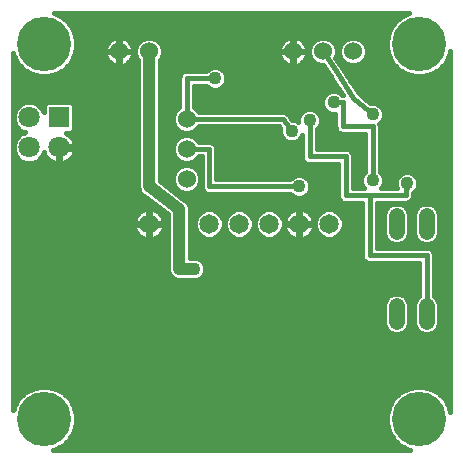
<source format=gbl>
G75*
G70*
%OFA0B0*%
%FSLAX24Y24*%
%IPPOS*%
%LPD*%
%AMOC8*
5,1,8,0,0,1.08239X$1,22.5*
%
%ADD10C,0.0520*%
%ADD11C,0.0600*%
%ADD12C,0.0650*%
%ADD13R,0.0709X0.0709*%
%ADD14C,0.0709*%
%ADD15C,0.0160*%
%ADD16C,0.0436*%
%ADD17C,0.0400*%
%ADD18C,0.1810*%
D10*
X013181Y004591D02*
X013181Y005111D01*
X014181Y005111D02*
X014181Y004591D01*
X014181Y007591D02*
X014181Y008111D01*
X013181Y008111D02*
X013181Y007591D01*
D11*
X011731Y013601D03*
X010731Y013601D03*
X009731Y013601D03*
X006181Y011351D03*
X006181Y010351D03*
X006181Y009351D03*
X004931Y013601D03*
X003931Y013601D03*
D12*
X004931Y007851D03*
X006931Y007851D03*
X007931Y007851D03*
X008931Y007851D03*
X009931Y007851D03*
X010931Y007851D03*
D13*
X001931Y011401D03*
D14*
X000931Y011401D03*
X000931Y010401D03*
X001931Y010401D03*
D15*
X001970Y010406D02*
X004571Y010406D01*
X004571Y010248D02*
X002443Y010248D01*
X002453Y010276D02*
X002427Y010196D01*
X002388Y010121D01*
X002339Y010053D01*
X002279Y009993D01*
X002211Y009944D01*
X002136Y009906D01*
X002057Y009880D01*
X001973Y009866D01*
X001970Y009866D01*
X001970Y010362D01*
X001893Y010362D01*
X001893Y009866D01*
X001889Y009866D01*
X001806Y009880D01*
X001726Y009906D01*
X001651Y009944D01*
X001583Y009993D01*
X001524Y010053D01*
X001474Y010121D01*
X001436Y010196D01*
X001422Y010241D01*
X001367Y010109D01*
X001223Y009965D01*
X001034Y009886D01*
X000829Y009886D01*
X000640Y009965D01*
X000495Y010109D01*
X000417Y010298D01*
X000417Y010503D01*
X000495Y010692D01*
X000640Y010837D01*
X000795Y010901D01*
X000640Y010965D01*
X000495Y011109D01*
X000417Y011298D01*
X000417Y011503D01*
X000495Y011692D01*
X000640Y011837D01*
X000829Y011915D01*
X001034Y011915D01*
X001223Y011837D01*
X001367Y011692D01*
X001417Y011572D01*
X001417Y011821D01*
X001511Y011915D01*
X002352Y011915D01*
X002446Y011821D01*
X002446Y010980D01*
X002352Y010886D01*
X002155Y010886D01*
X002211Y010858D01*
X002279Y010808D01*
X002339Y010749D01*
X002388Y010681D01*
X002427Y010606D01*
X002453Y010526D01*
X002466Y010443D01*
X002466Y010439D01*
X001970Y010439D01*
X001970Y010363D01*
X002466Y010363D01*
X002466Y010359D01*
X002453Y010276D01*
X002365Y010089D02*
X004571Y010089D01*
X004571Y009930D02*
X002185Y009930D01*
X001970Y009930D02*
X001893Y009930D01*
X001893Y010089D02*
X001970Y010089D01*
X001970Y010248D02*
X001893Y010248D01*
X001677Y009930D02*
X001140Y009930D01*
X001347Y010089D02*
X001497Y010089D01*
X000723Y009930D02*
X000411Y009930D01*
X000411Y009772D02*
X004571Y009772D01*
X004571Y009613D02*
X000411Y009613D01*
X000411Y009455D02*
X004571Y009455D01*
X004571Y009296D02*
X000411Y009296D01*
X000411Y009138D02*
X004569Y009138D01*
X004571Y009146D02*
X004565Y009121D01*
X004571Y009075D01*
X004571Y009029D01*
X004581Y009005D01*
X004585Y008979D01*
X004609Y008939D01*
X004626Y008897D01*
X004645Y008878D01*
X004658Y008856D01*
X004695Y008828D01*
X004727Y008796D01*
X004752Y008786D01*
X005571Y008171D01*
X005571Y006422D01*
X005571Y006279D01*
X005626Y006147D01*
X005727Y006046D01*
X005860Y005991D01*
X006313Y005991D01*
X006356Y005973D01*
X006507Y005973D01*
X006645Y006031D01*
X006752Y006137D01*
X006809Y006276D01*
X006809Y006426D01*
X006752Y006565D01*
X006645Y006671D01*
X006507Y006729D01*
X006356Y006729D01*
X006313Y006711D01*
X006291Y006711D01*
X006291Y008305D01*
X006298Y008331D01*
X006291Y008376D01*
X006291Y008422D01*
X006281Y008447D01*
X006278Y008473D01*
X006254Y008512D01*
X006237Y008555D01*
X006218Y008573D01*
X006205Y008596D01*
X006168Y008623D01*
X006135Y008656D01*
X006111Y008666D01*
X005291Y009281D01*
X005291Y013310D01*
X005321Y013340D01*
X005391Y013509D01*
X005391Y013692D01*
X005321Y013861D01*
X005192Y013991D01*
X005023Y014061D01*
X004840Y014061D01*
X004671Y013991D01*
X004541Y013861D01*
X004471Y013692D01*
X004471Y013509D01*
X004541Y013340D01*
X004571Y013310D01*
X004571Y009146D01*
X004585Y008979D02*
X000411Y008979D01*
X000411Y008821D02*
X004702Y008821D01*
X004916Y008662D02*
X000411Y008662D01*
X000411Y008504D02*
X005128Y008504D01*
X005050Y008343D02*
X004971Y008356D01*
X004960Y008356D01*
X004960Y007879D01*
X005436Y007879D01*
X005436Y007891D01*
X005424Y007969D01*
X005399Y008045D01*
X005363Y008115D01*
X005316Y008180D01*
X005260Y008236D01*
X005196Y008283D01*
X005125Y008319D01*
X005050Y008343D01*
X005037Y008345D02*
X005339Y008345D01*
X005310Y008186D02*
X005550Y008186D01*
X005571Y008028D02*
X005405Y008028D01*
X005436Y007822D02*
X004960Y007822D01*
X004960Y007346D01*
X004971Y007346D01*
X005050Y007358D01*
X005125Y007383D01*
X005196Y007419D01*
X005260Y007466D01*
X005316Y007522D01*
X005363Y007586D01*
X005399Y007657D01*
X005424Y007733D01*
X005436Y007811D01*
X005436Y007822D01*
X005417Y007711D02*
X005571Y007711D01*
X005571Y007869D02*
X004960Y007869D01*
X004960Y007879D02*
X004960Y007822D01*
X004903Y007822D01*
X004903Y007346D01*
X004892Y007346D01*
X004813Y007358D01*
X004738Y007383D01*
X004667Y007419D01*
X004603Y007466D01*
X004546Y007522D01*
X004500Y007586D01*
X004464Y007657D01*
X004439Y007733D01*
X004427Y007811D01*
X004427Y007822D01*
X004903Y007822D01*
X004903Y007879D01*
X004427Y007879D01*
X004427Y007891D01*
X004439Y007969D01*
X004464Y008045D01*
X004500Y008115D01*
X004546Y008180D01*
X004603Y008236D01*
X004667Y008283D01*
X004738Y008319D01*
X004813Y008343D01*
X004892Y008356D01*
X004903Y008356D01*
X004903Y007879D01*
X004960Y007879D01*
X004903Y007869D02*
X000411Y007869D01*
X000411Y007711D02*
X004446Y007711D01*
X004524Y007552D02*
X000411Y007552D01*
X000411Y007394D02*
X004716Y007394D01*
X004903Y007394D02*
X004960Y007394D01*
X004960Y007552D02*
X004903Y007552D01*
X004903Y007711D02*
X004960Y007711D01*
X004960Y008028D02*
X004903Y008028D01*
X004903Y008186D02*
X004960Y008186D01*
X004960Y008345D02*
X004903Y008345D01*
X004825Y008345D02*
X000411Y008345D01*
X000411Y008186D02*
X004553Y008186D01*
X004458Y008028D02*
X000411Y008028D01*
X000411Y007235D02*
X005571Y007235D01*
X005571Y007077D02*
X000411Y007077D01*
X000411Y006918D02*
X005571Y006918D01*
X005571Y006760D02*
X000411Y006760D01*
X000411Y006601D02*
X005571Y006601D01*
X005571Y006443D02*
X000411Y006443D01*
X000411Y006284D02*
X005571Y006284D01*
X005648Y006125D02*
X000411Y006125D01*
X000411Y005967D02*
X013941Y005967D01*
X013941Y006125D02*
X006740Y006125D01*
X006809Y006284D02*
X013941Y006284D01*
X013941Y006443D02*
X006802Y006443D01*
X006715Y006601D02*
X012142Y006601D01*
X012145Y006597D02*
X012234Y006561D01*
X012329Y006561D01*
X013941Y006561D01*
X013941Y005465D01*
X013825Y005349D01*
X013761Y005194D01*
X013761Y004507D01*
X013825Y004353D01*
X013944Y004235D01*
X014098Y004171D01*
X014265Y004171D01*
X014419Y004235D01*
X014537Y004353D01*
X014601Y004507D01*
X014601Y005194D01*
X014537Y005349D01*
X014421Y005465D01*
X014421Y006753D01*
X014421Y006849D01*
X014385Y006937D01*
X014317Y007004D01*
X014229Y007041D01*
X012521Y007041D01*
X012521Y008561D01*
X013466Y008561D01*
X013499Y008557D01*
X013514Y008561D01*
X013529Y008561D01*
X013560Y008573D01*
X013591Y008582D01*
X013603Y008591D01*
X013617Y008597D01*
X013641Y008621D01*
X013666Y008641D01*
X013674Y008654D01*
X013685Y008665D01*
X013697Y008695D01*
X013714Y008724D01*
X013716Y008739D01*
X013721Y008753D01*
X013721Y008786D01*
X013733Y008875D01*
X013745Y008881D01*
X013852Y008987D01*
X013909Y009126D01*
X013909Y009276D01*
X013852Y009415D01*
X013745Y009521D01*
X013607Y009579D01*
X013456Y009579D01*
X013317Y009521D01*
X013211Y009415D01*
X013154Y009276D01*
X013154Y009126D01*
X013189Y009041D01*
X012656Y009041D01*
X012702Y009087D01*
X012759Y009226D01*
X012759Y009376D01*
X012702Y009515D01*
X012621Y009595D01*
X012621Y011149D01*
X012604Y011190D01*
X012702Y011287D01*
X012759Y011426D01*
X012759Y011576D01*
X012702Y011715D01*
X012595Y011821D01*
X012457Y011879D01*
X012306Y011879D01*
X011914Y012211D01*
X011382Y013032D01*
X011146Y013400D01*
X011191Y013509D01*
X011191Y013692D01*
X011121Y013861D01*
X010992Y013991D01*
X010823Y014061D01*
X010640Y014061D01*
X010471Y013991D01*
X010341Y013861D01*
X010271Y013692D01*
X010271Y013509D01*
X010341Y013340D01*
X010471Y013211D01*
X010640Y013141D01*
X010742Y013141D01*
X010954Y012811D01*
X010954Y012810D01*
X010981Y012768D01*
X011005Y012731D01*
X011006Y012731D01*
X011387Y012141D01*
X011376Y012141D01*
X011295Y012221D01*
X011157Y012279D01*
X011006Y012279D01*
X010867Y012221D01*
X010761Y012115D01*
X010704Y011976D01*
X010704Y011826D01*
X010761Y011687D01*
X010867Y011581D01*
X011006Y011523D01*
X011141Y011523D01*
X011141Y011149D01*
X011141Y011053D01*
X011178Y010965D01*
X011245Y010897D01*
X011334Y010861D01*
X012141Y010861D01*
X012141Y009595D01*
X012061Y009515D01*
X012004Y009376D01*
X012004Y009226D01*
X012061Y009087D01*
X012107Y009041D01*
X011721Y009041D01*
X011721Y010149D01*
X011685Y010237D01*
X011617Y010304D01*
X011529Y010341D01*
X011434Y010341D01*
X010521Y010341D01*
X010521Y011006D01*
X010602Y011087D01*
X010659Y011226D01*
X010659Y011376D01*
X010602Y011515D01*
X010495Y011621D01*
X010357Y011679D01*
X010206Y011679D01*
X010067Y011621D01*
X009961Y011515D01*
X009904Y011376D01*
X009904Y011263D01*
X009895Y011271D01*
X009757Y011329D01*
X009698Y011329D01*
X009591Y011471D01*
X009585Y011487D01*
X009563Y011508D01*
X009545Y011533D01*
X009530Y011542D01*
X009517Y011554D01*
X009489Y011566D01*
X009463Y011582D01*
X009445Y011584D01*
X009429Y011591D01*
X009398Y011591D01*
X009368Y011595D01*
X009351Y011591D01*
X006580Y011591D01*
X006571Y011611D01*
X006442Y011741D01*
X006421Y011749D01*
X006421Y012461D01*
X006837Y012461D01*
X006917Y012381D01*
X007056Y012323D01*
X007207Y012323D01*
X007345Y012381D01*
X007452Y012487D01*
X007509Y012626D01*
X011074Y012626D01*
X011176Y012467D02*
X007432Y012467D01*
X007509Y012626D02*
X007509Y012776D01*
X007452Y012915D01*
X007345Y013021D01*
X007207Y013079D01*
X007056Y013079D01*
X006917Y013021D01*
X006837Y012941D01*
X006229Y012941D01*
X006134Y012941D01*
X006045Y012904D01*
X005978Y012837D01*
X005941Y012749D01*
X005941Y011749D01*
X005921Y011741D01*
X005791Y011611D01*
X005721Y011442D01*
X005721Y011259D01*
X005791Y011090D01*
X005921Y010961D01*
X006090Y010891D01*
X006273Y010891D01*
X006442Y010961D01*
X006571Y011090D01*
X006580Y011111D01*
X009261Y011111D01*
X009311Y011044D01*
X009304Y011026D01*
X009304Y010876D01*
X009361Y010737D01*
X009467Y010631D01*
X009606Y010573D01*
X009757Y010573D01*
X009895Y010631D01*
X010002Y010737D01*
X010041Y010833D01*
X010041Y010149D01*
X010041Y010053D01*
X010078Y009965D01*
X010145Y009897D01*
X010234Y009861D01*
X011241Y009861D01*
X011241Y008849D01*
X011241Y008753D01*
X011278Y008665D01*
X011345Y008597D01*
X011434Y008561D01*
X012041Y008561D01*
X012041Y006753D01*
X012078Y006665D01*
X012145Y006597D01*
X012041Y006760D02*
X006291Y006760D01*
X006291Y006918D02*
X012041Y006918D01*
X012041Y007077D02*
X006291Y007077D01*
X006291Y007235D02*
X012041Y007235D01*
X012041Y007394D02*
X011095Y007394D01*
X011028Y007366D02*
X011206Y007440D01*
X011342Y007576D01*
X011416Y007754D01*
X011416Y007947D01*
X011342Y008125D01*
X011206Y008262D01*
X011028Y008336D01*
X010835Y008336D01*
X010657Y008262D01*
X010520Y008125D01*
X010447Y007947D01*
X010447Y007754D01*
X010520Y007576D01*
X010657Y007440D01*
X010835Y007366D01*
X011028Y007366D01*
X010768Y007394D02*
X010146Y007394D01*
X010125Y007383D02*
X010196Y007419D01*
X010260Y007466D01*
X010316Y007522D01*
X010363Y007586D01*
X010399Y007657D01*
X010424Y007733D01*
X010436Y007811D01*
X010436Y007822D01*
X009960Y007822D01*
X009960Y007346D01*
X009971Y007346D01*
X010050Y007358D01*
X010125Y007383D01*
X009960Y007394D02*
X009903Y007394D01*
X009903Y007346D02*
X009903Y007822D01*
X009960Y007822D01*
X009960Y007879D01*
X010436Y007879D01*
X010436Y007891D01*
X010424Y007969D01*
X010399Y008045D01*
X010363Y008115D01*
X010316Y008180D01*
X010260Y008236D01*
X010196Y008283D01*
X010125Y008319D01*
X010050Y008343D01*
X009971Y008356D01*
X009960Y008356D01*
X009960Y007879D01*
X009903Y007879D01*
X009903Y007822D01*
X009427Y007822D01*
X009427Y007811D01*
X009439Y007733D01*
X009464Y007657D01*
X009500Y007586D01*
X009546Y007522D01*
X009603Y007466D01*
X009667Y007419D01*
X009738Y007383D01*
X009813Y007358D01*
X009892Y007346D01*
X009903Y007346D01*
X009716Y007394D02*
X009095Y007394D01*
X009028Y007366D02*
X009206Y007440D01*
X009342Y007576D01*
X009416Y007754D01*
X009416Y007947D01*
X009342Y008125D01*
X009206Y008262D01*
X009028Y008336D01*
X008835Y008336D01*
X008657Y008262D01*
X008520Y008125D01*
X008447Y007947D01*
X008447Y007754D01*
X008520Y007576D01*
X008657Y007440D01*
X008835Y007366D01*
X009028Y007366D01*
X008768Y007394D02*
X008095Y007394D01*
X008028Y007366D02*
X008206Y007440D01*
X008342Y007576D01*
X008416Y007754D01*
X008416Y007947D01*
X008342Y008125D01*
X008206Y008262D01*
X008028Y008336D01*
X007835Y008336D01*
X007657Y008262D01*
X007520Y008125D01*
X007447Y007947D01*
X007447Y007754D01*
X007520Y007576D01*
X007657Y007440D01*
X007835Y007366D01*
X008028Y007366D01*
X007768Y007394D02*
X007095Y007394D01*
X007028Y007366D02*
X007206Y007440D01*
X007342Y007576D01*
X007416Y007754D01*
X007416Y007947D01*
X007342Y008125D01*
X007206Y008262D01*
X007028Y008336D01*
X006835Y008336D01*
X006657Y008262D01*
X006520Y008125D01*
X006447Y007947D01*
X006447Y007754D01*
X006520Y007576D01*
X006657Y007440D01*
X006835Y007366D01*
X007028Y007366D01*
X006768Y007394D02*
X006291Y007394D01*
X006291Y007552D02*
X006544Y007552D01*
X006465Y007711D02*
X006291Y007711D01*
X006291Y007869D02*
X006447Y007869D01*
X006480Y008028D02*
X006291Y008028D01*
X006291Y008186D02*
X006582Y008186D01*
X006296Y008345D02*
X009825Y008345D01*
X009813Y008343D02*
X009738Y008319D01*
X009667Y008283D01*
X009603Y008236D01*
X009546Y008180D01*
X009500Y008115D01*
X009464Y008045D01*
X009439Y007969D01*
X009427Y007891D01*
X009427Y007879D01*
X009903Y007879D01*
X009903Y008356D01*
X009892Y008356D01*
X009813Y008343D01*
X009903Y008345D02*
X009960Y008345D01*
X010037Y008345D02*
X012041Y008345D01*
X012041Y008186D02*
X011281Y008186D01*
X011383Y008028D02*
X012041Y008028D01*
X012041Y007869D02*
X011416Y007869D01*
X011398Y007711D02*
X012041Y007711D01*
X012041Y007552D02*
X011319Y007552D01*
X010582Y008186D02*
X010310Y008186D01*
X010405Y008028D02*
X010480Y008028D01*
X010447Y007869D02*
X009960Y007869D01*
X009903Y007869D02*
X009416Y007869D01*
X009398Y007711D02*
X009446Y007711D01*
X009524Y007552D02*
X009319Y007552D01*
X009383Y008028D02*
X009458Y008028D01*
X009553Y008186D02*
X009281Y008186D01*
X009903Y008186D02*
X009960Y008186D01*
X009960Y008028D02*
X009903Y008028D01*
X009903Y007711D02*
X009960Y007711D01*
X009960Y007552D02*
X009903Y007552D01*
X010339Y007552D02*
X010544Y007552D01*
X010465Y007711D02*
X010417Y007711D01*
X011281Y008662D02*
X006120Y008662D01*
X006259Y008504D02*
X012041Y008504D01*
X012281Y008801D02*
X012281Y006801D01*
X014181Y006801D01*
X014181Y004851D01*
X013761Y004857D02*
X013601Y004857D01*
X013601Y004699D02*
X013761Y004699D01*
X013761Y004540D02*
X013601Y004540D01*
X013601Y004507D02*
X013601Y005194D01*
X013537Y005349D01*
X013419Y005467D01*
X013265Y005531D01*
X013098Y005531D01*
X012944Y005467D01*
X012825Y005349D01*
X012761Y005194D01*
X012761Y004507D01*
X012825Y004353D01*
X012944Y004235D01*
X013098Y004171D01*
X013265Y004171D01*
X013419Y004235D01*
X013537Y004353D01*
X013601Y004507D01*
X013549Y004381D02*
X013814Y004381D01*
X013972Y004223D02*
X013391Y004223D01*
X012972Y004223D02*
X000411Y004223D01*
X000411Y004381D02*
X012814Y004381D01*
X012761Y004540D02*
X000411Y004540D01*
X000411Y004699D02*
X012761Y004699D01*
X012761Y004857D02*
X000411Y004857D01*
X000411Y005016D02*
X012761Y005016D01*
X012761Y005174D02*
X000411Y005174D01*
X000411Y005333D02*
X012819Y005333D01*
X013003Y005491D02*
X000411Y005491D01*
X000411Y005650D02*
X013941Y005650D01*
X013941Y005808D02*
X000411Y005808D01*
X000411Y004064D02*
X014971Y004064D01*
X014971Y003906D02*
X000411Y003906D01*
X000411Y003747D02*
X014971Y003747D01*
X014971Y003589D02*
X000411Y003589D01*
X000411Y003430D02*
X014971Y003430D01*
X014971Y003272D02*
X000411Y003272D01*
X000411Y003113D02*
X014971Y003113D01*
X014971Y002955D02*
X000411Y002955D01*
X000411Y002796D02*
X014971Y002796D01*
X014971Y002637D02*
X000411Y002637D01*
X000411Y002479D02*
X014971Y002479D01*
X014971Y002320D02*
X014382Y002320D01*
X014342Y002343D02*
X014072Y002416D01*
X013791Y002416D01*
X013520Y002343D01*
X013277Y002203D01*
X013079Y002005D01*
X012939Y001762D01*
X012866Y001491D01*
X012866Y001211D01*
X002496Y001211D01*
X002496Y001491D01*
X002424Y001762D01*
X002284Y002005D01*
X002085Y002203D01*
X001842Y002343D01*
X001572Y002416D01*
X001291Y002416D01*
X001020Y002343D01*
X000777Y002203D01*
X000579Y002005D01*
X000439Y001762D01*
X000411Y001659D01*
X000411Y013543D01*
X000439Y013440D01*
X000579Y013197D01*
X000777Y012999D01*
X001020Y012858D01*
X001291Y012786D01*
X001572Y012786D01*
X001842Y012858D01*
X002085Y012999D01*
X002284Y013197D01*
X002424Y013440D01*
X002496Y013711D01*
X002496Y013991D01*
X002424Y014262D01*
X002284Y014505D01*
X002085Y014703D01*
X001842Y014843D01*
X001754Y014867D01*
X013609Y014867D01*
X013520Y014843D01*
X013277Y014703D01*
X013079Y014505D01*
X012939Y014262D01*
X012866Y013991D01*
X012866Y013711D01*
X012939Y013440D01*
X013079Y013197D01*
X013277Y012999D01*
X013520Y012858D01*
X013791Y012786D01*
X014072Y012786D01*
X014342Y012858D01*
X014585Y012999D01*
X014784Y013197D01*
X014924Y013440D01*
X014971Y013618D01*
X014971Y001584D01*
X014924Y001762D01*
X014784Y002005D01*
X014585Y002203D01*
X014342Y002343D01*
X014626Y002162D02*
X014971Y002162D01*
X014971Y002003D02*
X014784Y002003D01*
X014876Y001845D02*
X014971Y001845D01*
X014971Y001686D02*
X014944Y001686D01*
X013481Y002320D02*
X001882Y002320D01*
X002126Y002162D02*
X013236Y002162D01*
X013078Y002003D02*
X002284Y002003D01*
X002376Y001845D02*
X012987Y001845D01*
X012919Y001686D02*
X002444Y001686D01*
X002487Y001528D02*
X012876Y001528D01*
X012866Y001369D02*
X002496Y001369D01*
X002496Y001211D02*
X002424Y000940D01*
X002284Y000697D01*
X002085Y000499D01*
X001842Y000358D01*
X001739Y000331D01*
X013624Y000331D01*
X013520Y000358D01*
X013277Y000499D01*
X013079Y000697D01*
X012939Y000940D01*
X012866Y001211D01*
X012909Y001052D02*
X002454Y001052D01*
X002397Y000894D02*
X012966Y000894D01*
X013057Y000735D02*
X002306Y000735D01*
X002163Y000576D02*
X013200Y000576D01*
X013417Y000418D02*
X001946Y000418D01*
X000419Y001686D02*
X000411Y001686D01*
X000411Y001845D02*
X000487Y001845D01*
X000411Y002003D02*
X000578Y002003D01*
X000736Y002162D02*
X000411Y002162D01*
X000411Y002320D02*
X000981Y002320D01*
X005146Y007394D02*
X005571Y007394D01*
X005571Y007552D02*
X005339Y007552D01*
X005905Y008821D02*
X009677Y008821D01*
X009637Y008861D02*
X009717Y008781D01*
X009856Y008723D01*
X010007Y008723D01*
X010145Y008781D01*
X010252Y008887D01*
X010309Y009026D01*
X010309Y009176D01*
X010252Y009315D01*
X010145Y009421D01*
X010007Y009479D01*
X009856Y009479D01*
X009717Y009421D01*
X009637Y009341D01*
X007171Y009341D01*
X007171Y010399D01*
X007135Y010487D01*
X007067Y010554D01*
X006979Y010591D01*
X006884Y010591D01*
X006580Y010591D01*
X006571Y010611D01*
X006442Y010741D01*
X006273Y010811D01*
X006090Y010811D01*
X005921Y010741D01*
X005791Y010611D01*
X005721Y010442D01*
X005721Y010259D01*
X005791Y010090D01*
X005921Y009961D01*
X006090Y009891D01*
X006273Y009891D01*
X006442Y009961D01*
X006571Y010090D01*
X006580Y010111D01*
X006691Y010111D01*
X006691Y009149D01*
X006691Y009053D01*
X006728Y008965D01*
X006795Y008897D01*
X006884Y008861D01*
X009637Y008861D01*
X009931Y009101D02*
X006931Y009101D01*
X006931Y010351D01*
X006181Y010351D01*
X006570Y010089D02*
X006691Y010089D01*
X006691Y009930D02*
X006369Y009930D01*
X006273Y009811D02*
X006442Y009741D01*
X006571Y009611D01*
X006641Y009442D01*
X006641Y009259D01*
X006571Y009090D01*
X006442Y008961D01*
X006273Y008891D01*
X006090Y008891D01*
X005921Y008961D01*
X005791Y009090D01*
X005721Y009259D01*
X005721Y009442D01*
X005791Y009611D01*
X005921Y009741D01*
X006090Y009811D01*
X006273Y009811D01*
X006367Y009772D02*
X006691Y009772D01*
X006691Y009613D02*
X006569Y009613D01*
X006636Y009455D02*
X006691Y009455D01*
X006691Y009296D02*
X006641Y009296D01*
X006591Y009138D02*
X006691Y009138D01*
X006722Y008979D02*
X006460Y008979D01*
X005902Y008979D02*
X005693Y008979D01*
X005772Y009138D02*
X005482Y009138D01*
X005291Y009296D02*
X005721Y009296D01*
X005727Y009455D02*
X005291Y009455D01*
X005291Y009613D02*
X005794Y009613D01*
X005996Y009772D02*
X005291Y009772D01*
X005291Y009930D02*
X005994Y009930D01*
X005793Y010089D02*
X005291Y010089D01*
X005291Y010248D02*
X005726Y010248D01*
X005721Y010406D02*
X005291Y010406D01*
X005291Y010565D02*
X005772Y010565D01*
X005903Y010723D02*
X005291Y010723D01*
X005291Y010882D02*
X009304Y010882D01*
X009310Y011040D02*
X006521Y011040D01*
X006459Y010723D02*
X009375Y010723D01*
X009681Y010951D02*
X009381Y011351D01*
X006181Y011351D01*
X006181Y012701D01*
X007131Y012701D01*
X006839Y012943D02*
X005291Y012943D01*
X005291Y013101D02*
X010767Y013101D01*
X010869Y012943D02*
X007424Y012943D01*
X007506Y012784D02*
X010971Y012784D01*
X011181Y012901D02*
X011731Y012051D01*
X012381Y011501D01*
X012567Y011833D02*
X014971Y011833D01*
X014971Y011674D02*
X012718Y011674D01*
X012759Y011516D02*
X014971Y011516D01*
X014971Y011357D02*
X012731Y011357D01*
X012614Y011199D02*
X014971Y011199D01*
X014971Y011040D02*
X012621Y011040D01*
X012621Y010882D02*
X014971Y010882D01*
X014971Y010723D02*
X012621Y010723D01*
X012621Y010565D02*
X014971Y010565D01*
X014971Y010406D02*
X012621Y010406D01*
X012621Y010248D02*
X014971Y010248D01*
X014971Y010089D02*
X012621Y010089D01*
X012621Y009930D02*
X014971Y009930D01*
X014971Y009772D02*
X012621Y009772D01*
X012621Y009613D02*
X014971Y009613D01*
X014971Y009455D02*
X013812Y009455D01*
X013901Y009296D02*
X014971Y009296D01*
X014971Y009138D02*
X013909Y009138D01*
X013844Y008979D02*
X014971Y008979D01*
X014971Y008821D02*
X013726Y008821D01*
X013682Y008662D02*
X014971Y008662D01*
X014971Y008504D02*
X014331Y008504D01*
X014265Y008531D02*
X014098Y008531D01*
X013944Y008467D01*
X013825Y008349D01*
X013761Y008194D01*
X013761Y007507D01*
X013825Y007353D01*
X013944Y007235D01*
X014098Y007171D01*
X014265Y007171D01*
X014419Y007235D01*
X014537Y007353D01*
X014601Y007507D01*
X014601Y008194D01*
X014537Y008349D01*
X014419Y008467D01*
X014265Y008531D01*
X014539Y008345D02*
X014971Y008345D01*
X014971Y008186D02*
X014601Y008186D01*
X014601Y008028D02*
X014971Y008028D01*
X014971Y007869D02*
X014601Y007869D01*
X014601Y007711D02*
X014971Y007711D01*
X014971Y007552D02*
X014601Y007552D01*
X014554Y007394D02*
X014971Y007394D01*
X014971Y007235D02*
X014420Y007235D01*
X014393Y006918D02*
X014971Y006918D01*
X014971Y006760D02*
X014421Y006760D01*
X014421Y006601D02*
X014971Y006601D01*
X014971Y006443D02*
X014421Y006443D01*
X014421Y006284D02*
X014971Y006284D01*
X014971Y006125D02*
X014421Y006125D01*
X014421Y005967D02*
X014971Y005967D01*
X014971Y005808D02*
X014421Y005808D01*
X014421Y005650D02*
X014971Y005650D01*
X014971Y005491D02*
X014421Y005491D01*
X014544Y005333D02*
X014971Y005333D01*
X014971Y005174D02*
X014601Y005174D01*
X014601Y005016D02*
X014971Y005016D01*
X014971Y004857D02*
X014601Y004857D01*
X014601Y004699D02*
X014971Y004699D01*
X014971Y004540D02*
X014601Y004540D01*
X014549Y004381D02*
X014971Y004381D01*
X014971Y004223D02*
X014391Y004223D01*
X013761Y005016D02*
X013601Y005016D01*
X013601Y005174D02*
X013761Y005174D01*
X013819Y005333D02*
X013544Y005333D01*
X013360Y005491D02*
X013941Y005491D01*
X013265Y007171D02*
X013098Y007171D01*
X012944Y007235D01*
X012825Y007353D01*
X012761Y007507D01*
X012761Y008194D01*
X012825Y008349D01*
X012944Y008467D01*
X013098Y008531D01*
X013265Y008531D01*
X013419Y008467D01*
X013537Y008349D01*
X013601Y008194D01*
X013601Y007507D01*
X013537Y007353D01*
X013419Y007235D01*
X013265Y007171D01*
X013420Y007235D02*
X013943Y007235D01*
X013808Y007394D02*
X013554Y007394D01*
X013601Y007552D02*
X013761Y007552D01*
X013761Y007711D02*
X013601Y007711D01*
X013601Y007869D02*
X013761Y007869D01*
X013761Y008028D02*
X013601Y008028D01*
X013601Y008186D02*
X013761Y008186D01*
X013824Y008345D02*
X013539Y008345D01*
X013331Y008504D02*
X014032Y008504D01*
X013481Y008801D02*
X012281Y008801D01*
X011481Y008801D01*
X011481Y010101D01*
X010281Y010101D01*
X010281Y011301D01*
X010555Y011040D02*
X011147Y011040D01*
X011141Y011199D02*
X010648Y011199D01*
X010659Y011357D02*
X011141Y011357D01*
X011141Y011516D02*
X010601Y011516D01*
X010773Y011674D02*
X010366Y011674D01*
X010196Y011674D02*
X006508Y011674D01*
X006421Y011833D02*
X010704Y011833D01*
X010710Y011992D02*
X006421Y011992D01*
X006421Y012150D02*
X010796Y012150D01*
X011081Y011901D02*
X011381Y011901D01*
X011381Y011101D01*
X012381Y011101D01*
X012381Y009301D01*
X012004Y009296D02*
X011721Y009296D01*
X011721Y009138D02*
X012040Y009138D01*
X012036Y009455D02*
X011721Y009455D01*
X011721Y009613D02*
X012141Y009613D01*
X012141Y009772D02*
X011721Y009772D01*
X011721Y009930D02*
X012141Y009930D01*
X012141Y010089D02*
X011721Y010089D01*
X011674Y010248D02*
X012141Y010248D01*
X012141Y010406D02*
X010521Y010406D01*
X010521Y010565D02*
X012141Y010565D01*
X012141Y010723D02*
X010521Y010723D01*
X010521Y010882D02*
X011283Y010882D01*
X012173Y011992D02*
X014971Y011992D01*
X014971Y012150D02*
X011986Y012150D01*
X011850Y012309D02*
X014971Y012309D01*
X014971Y012467D02*
X011748Y012467D01*
X011645Y012626D02*
X014971Y012626D01*
X014971Y012784D02*
X011543Y012784D01*
X011440Y012943D02*
X013374Y012943D01*
X013175Y013101D02*
X011338Y013101D01*
X011471Y013211D02*
X011640Y013141D01*
X011823Y013141D01*
X011992Y013211D01*
X012121Y013340D01*
X012191Y013509D01*
X012191Y013692D01*
X012121Y013861D01*
X011992Y013991D01*
X011823Y014061D01*
X011640Y014061D01*
X011471Y013991D01*
X011341Y013861D01*
X011271Y013692D01*
X011271Y013509D01*
X011341Y013340D01*
X011471Y013211D01*
X011422Y013260D02*
X011236Y013260D01*
X011309Y013418D02*
X011154Y013418D01*
X011191Y013577D02*
X011271Y013577D01*
X011289Y013736D02*
X011174Y013736D01*
X011089Y013894D02*
X011374Y013894D01*
X011620Y014053D02*
X010843Y014053D01*
X010620Y014053D02*
X009894Y014053D01*
X009916Y014046D02*
X009844Y014069D01*
X009769Y014081D01*
X009751Y014081D01*
X009751Y013621D01*
X009711Y013621D01*
X009711Y013581D01*
X009251Y013581D01*
X009251Y013563D01*
X009263Y013488D01*
X009287Y013416D01*
X009321Y013349D01*
X009365Y013288D01*
X009419Y013235D01*
X009480Y013190D01*
X009547Y013156D01*
X009619Y013133D01*
X009694Y013121D01*
X009711Y013121D01*
X009711Y013581D01*
X009751Y013581D01*
X009751Y013121D01*
X009769Y013121D01*
X009844Y013133D01*
X009916Y013156D01*
X009983Y013190D01*
X010044Y013235D01*
X010098Y013288D01*
X010142Y013349D01*
X010176Y013416D01*
X010200Y013488D01*
X010211Y013563D01*
X010211Y013581D01*
X009752Y013581D01*
X009752Y013621D01*
X010211Y013621D01*
X010211Y013639D01*
X010200Y013713D01*
X010176Y013785D01*
X010142Y013852D01*
X010098Y013913D01*
X010044Y013967D01*
X009983Y014011D01*
X009916Y014046D01*
X009751Y014053D02*
X009711Y014053D01*
X009711Y014081D02*
X009694Y014081D01*
X009619Y014069D01*
X009547Y014046D01*
X009480Y014011D01*
X009419Y013967D01*
X009365Y013913D01*
X009321Y013852D01*
X009287Y013785D01*
X009263Y013713D01*
X009251Y013639D01*
X009251Y013621D01*
X009711Y013621D01*
X009711Y014081D01*
X009569Y014053D02*
X005043Y014053D01*
X004820Y014053D02*
X004094Y014053D01*
X004116Y014046D02*
X004044Y014069D01*
X003969Y014081D01*
X003951Y014081D01*
X003951Y013621D01*
X003911Y013621D01*
X003911Y013581D01*
X003451Y013581D01*
X003451Y013563D01*
X003463Y013488D01*
X003487Y013416D01*
X003521Y013349D01*
X003565Y013288D01*
X003619Y013235D01*
X003680Y013190D01*
X003747Y013156D01*
X003819Y013133D01*
X003894Y013121D01*
X003911Y013121D01*
X003911Y013581D01*
X003951Y013581D01*
X003951Y013121D01*
X003969Y013121D01*
X004044Y013133D01*
X004116Y013156D01*
X004183Y013190D01*
X004244Y013235D01*
X004298Y013288D01*
X004342Y013349D01*
X004376Y013416D01*
X004400Y013488D01*
X004411Y013563D01*
X004411Y013581D01*
X003952Y013581D01*
X003952Y013621D01*
X004411Y013621D01*
X004411Y013639D01*
X004400Y013713D01*
X004376Y013785D01*
X004342Y013852D01*
X004298Y013913D01*
X004244Y013967D01*
X004183Y014011D01*
X004116Y014046D01*
X003951Y014053D02*
X003911Y014053D01*
X003911Y014081D02*
X003894Y014081D01*
X003819Y014069D01*
X003747Y014046D01*
X003680Y014011D01*
X003619Y013967D01*
X003565Y013913D01*
X003521Y013852D01*
X003487Y013785D01*
X003463Y013713D01*
X003451Y013639D01*
X003451Y013621D01*
X003911Y013621D01*
X003911Y014081D01*
X003769Y014053D02*
X002480Y014053D01*
X002496Y013894D02*
X003551Y013894D01*
X003471Y013736D02*
X002496Y013736D01*
X002461Y013577D02*
X003451Y013577D01*
X003486Y013418D02*
X002412Y013418D01*
X002320Y013260D02*
X003593Y013260D01*
X003911Y013260D02*
X003951Y013260D01*
X003951Y013418D02*
X003911Y013418D01*
X003911Y013577D02*
X003951Y013577D01*
X003951Y013736D02*
X003911Y013736D01*
X003911Y013894D02*
X003951Y013894D01*
X004312Y013894D02*
X004574Y013894D01*
X004489Y013736D02*
X004392Y013736D01*
X004411Y013577D02*
X004471Y013577D01*
X004509Y013418D02*
X004377Y013418D01*
X004269Y013260D02*
X004571Y013260D01*
X004571Y013101D02*
X002188Y013101D01*
X001989Y012943D02*
X004571Y012943D01*
X004571Y012784D02*
X000411Y012784D01*
X000411Y012626D02*
X004571Y012626D01*
X004571Y012467D02*
X000411Y012467D01*
X000411Y012309D02*
X004571Y012309D01*
X004571Y012150D02*
X000411Y012150D01*
X000411Y011992D02*
X004571Y011992D01*
X004571Y011833D02*
X002434Y011833D01*
X002446Y011674D02*
X004571Y011674D01*
X004571Y011516D02*
X002446Y011516D01*
X002446Y011357D02*
X004571Y011357D01*
X004571Y011199D02*
X002446Y011199D01*
X002446Y011040D02*
X004571Y011040D01*
X004571Y010882D02*
X002164Y010882D01*
X002358Y010723D02*
X004571Y010723D01*
X004571Y010565D02*
X002440Y010565D01*
X001417Y011674D02*
X001375Y011674D01*
X001429Y011833D02*
X001227Y011833D01*
X000636Y011833D02*
X000411Y011833D01*
X000411Y011674D02*
X000488Y011674D01*
X000422Y011516D02*
X000411Y011516D01*
X000411Y011357D02*
X000417Y011357D01*
X000411Y011199D02*
X000458Y011199D01*
X000411Y011040D02*
X000565Y011040D01*
X000411Y010882D02*
X000749Y010882D01*
X000526Y010723D02*
X000411Y010723D01*
X000411Y010565D02*
X000443Y010565D01*
X000417Y010406D02*
X000411Y010406D01*
X000411Y010248D02*
X000438Y010248D01*
X000411Y010089D02*
X000516Y010089D01*
X000411Y012943D02*
X000874Y012943D01*
X000675Y013101D02*
X000411Y013101D01*
X000411Y013260D02*
X000543Y013260D01*
X000451Y013418D02*
X000411Y013418D01*
X001835Y014845D02*
X013528Y014845D01*
X013261Y014687D02*
X002101Y014687D01*
X002260Y014528D02*
X013103Y014528D01*
X013001Y014370D02*
X002362Y014370D01*
X002437Y014211D02*
X012925Y014211D01*
X012883Y014053D02*
X011843Y014053D01*
X012089Y013894D02*
X012866Y013894D01*
X012866Y013736D02*
X012174Y013736D01*
X012191Y013577D02*
X012902Y013577D01*
X012951Y013418D02*
X012154Y013418D01*
X012041Y013260D02*
X013043Y013260D01*
X014489Y012943D02*
X014971Y012943D01*
X014971Y013101D02*
X014688Y013101D01*
X014820Y013260D02*
X014971Y013260D01*
X014971Y013418D02*
X014912Y013418D01*
X014961Y013577D02*
X014971Y013577D01*
X011381Y012150D02*
X011366Y012150D01*
X011279Y012309D02*
X006421Y012309D01*
X005941Y012309D02*
X005291Y012309D01*
X005291Y012467D02*
X005941Y012467D01*
X005941Y012626D02*
X005291Y012626D01*
X005291Y012784D02*
X005956Y012784D01*
X005941Y012150D02*
X005291Y012150D01*
X005291Y011992D02*
X005941Y011992D01*
X005941Y011833D02*
X005291Y011833D01*
X005291Y011674D02*
X005855Y011674D01*
X005752Y011516D02*
X005291Y011516D01*
X005291Y011357D02*
X005721Y011357D01*
X005746Y011199D02*
X005291Y011199D01*
X005291Y011040D02*
X005841Y011040D01*
X007042Y010565D02*
X010041Y010565D01*
X010041Y010723D02*
X009988Y010723D01*
X010041Y010406D02*
X007168Y010406D01*
X007171Y010248D02*
X010041Y010248D01*
X010041Y010089D02*
X007171Y010089D01*
X007171Y009930D02*
X010112Y009930D01*
X010064Y009455D02*
X011241Y009455D01*
X011241Y009613D02*
X007171Y009613D01*
X007171Y009455D02*
X009799Y009455D01*
X010259Y009296D02*
X011241Y009296D01*
X011241Y009138D02*
X010309Y009138D01*
X010290Y008979D02*
X011241Y008979D01*
X011241Y008821D02*
X010186Y008821D01*
X011241Y009772D02*
X007171Y009772D01*
X007281Y008186D02*
X007582Y008186D01*
X007480Y008028D02*
X007383Y008028D01*
X007416Y007869D02*
X007447Y007869D01*
X007465Y007711D02*
X007398Y007711D01*
X007319Y007552D02*
X007544Y007552D01*
X008319Y007552D02*
X008544Y007552D01*
X008465Y007711D02*
X008398Y007711D01*
X008416Y007869D02*
X008447Y007869D01*
X008480Y008028D02*
X008383Y008028D01*
X008281Y008186D02*
X008582Y008186D01*
X009676Y011357D02*
X009904Y011357D01*
X009962Y011516D02*
X009558Y011516D01*
X011181Y012901D02*
X010731Y013601D01*
X010422Y013260D02*
X010069Y013260D01*
X010177Y013418D02*
X010309Y013418D01*
X010271Y013577D02*
X010211Y013577D01*
X010192Y013736D02*
X010289Y013736D01*
X010374Y013894D02*
X010112Y013894D01*
X009751Y013894D02*
X009711Y013894D01*
X009711Y013736D02*
X009751Y013736D01*
X009751Y013577D02*
X009711Y013577D01*
X009711Y013418D02*
X009751Y013418D01*
X009751Y013260D02*
X009711Y013260D01*
X009393Y013260D02*
X005291Y013260D01*
X005354Y013418D02*
X009286Y013418D01*
X009251Y013577D02*
X005391Y013577D01*
X005374Y013736D02*
X009271Y013736D01*
X009351Y013894D02*
X005289Y013894D01*
X012521Y008504D02*
X013032Y008504D01*
X012824Y008345D02*
X012521Y008345D01*
X012521Y008186D02*
X012761Y008186D01*
X012761Y008028D02*
X012521Y008028D01*
X012521Y007869D02*
X012761Y007869D01*
X012761Y007711D02*
X012521Y007711D01*
X012521Y007552D02*
X012761Y007552D01*
X012808Y007394D02*
X012521Y007394D01*
X012521Y007235D02*
X012943Y007235D01*
X012521Y007077D02*
X014971Y007077D01*
X013481Y008801D02*
X013531Y009201D01*
X013251Y009455D02*
X012726Y009455D01*
X012759Y009296D02*
X013162Y009296D01*
X013154Y009138D02*
X012723Y009138D01*
D16*
X012381Y009301D03*
X013531Y009201D03*
X013531Y009951D03*
X012381Y011501D03*
X011431Y010651D03*
X010281Y011301D03*
X009681Y010951D03*
X008931Y010201D03*
X008631Y009551D03*
X009931Y009101D03*
X011081Y011901D03*
X010081Y012551D03*
X007131Y012701D03*
X003831Y010851D03*
X006431Y006351D03*
D17*
X005931Y006351D01*
X005931Y008351D01*
X004931Y009101D01*
X004931Y013601D01*
D18*
X001431Y001351D03*
X013931Y001351D03*
X013931Y013851D03*
X001431Y013851D03*
M02*

</source>
